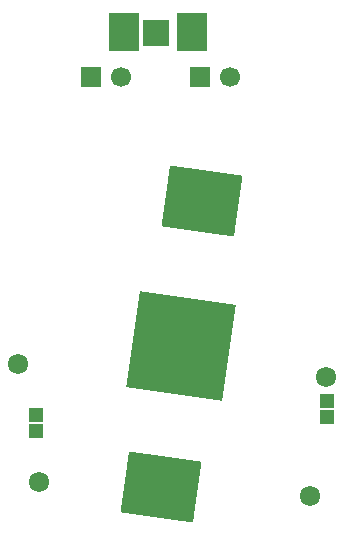
<source format=gbr>
G04 DipTrace 3.3.1.2*
G04 BottomMask.gbr*
%MOIN*%
G04 #@! TF.FileFunction,Soldermask,Bot*
G04 #@! TF.Part,Single*
%AMOUTLINE1*
4,1,4,
-0.1825,-0.137129,
-0.137129,0.1825,
0.1825,0.137129,
0.137129,-0.1825,
-0.1825,-0.137129,
0*%
%AMOUTLINE4*
4,1,4,
-0.135222,-0.084194,
-0.10645,0.1185,
0.135222,0.084194,
0.10645,-0.1185,
-0.135222,-0.084194,
0*%
%ADD45C,0.067874*%
%ADD47C,0.067874*%
%ADD49R,0.086614X0.086614*%
%ADD51R,0.066929X0.066929*%
%ADD53C,0.066929*%
%ADD59R,0.100394X0.129921*%
%ADD61R,0.047244X0.051181*%
%ADD69OUTLINE1*%
%ADD72OUTLINE4*%
%FSLAX26Y26*%
G04*
G70*
G90*
G75*
G01*
G04 BotMask*
%LPD*%
D61*
X562193Y998495D3*
Y944064D3*
X1531777Y1046213D3*
Y991782D3*
D59*
X1082579Y2275294D3*
X856201D3*
D53*
X846448Y2125707D3*
D51*
X746448D3*
D53*
X1209705D3*
D51*
X1109705D3*
D69*
X1045295Y1229252D3*
D72*
X1113677Y1710999D3*
X978674Y759903D3*
D49*
X962610Y2271438D3*
D47*
X573580Y775525D3*
D45*
X503255Y1169294D3*
D47*
X1475331Y729558D3*
D45*
X1528937Y1125949D3*
M02*

</source>
